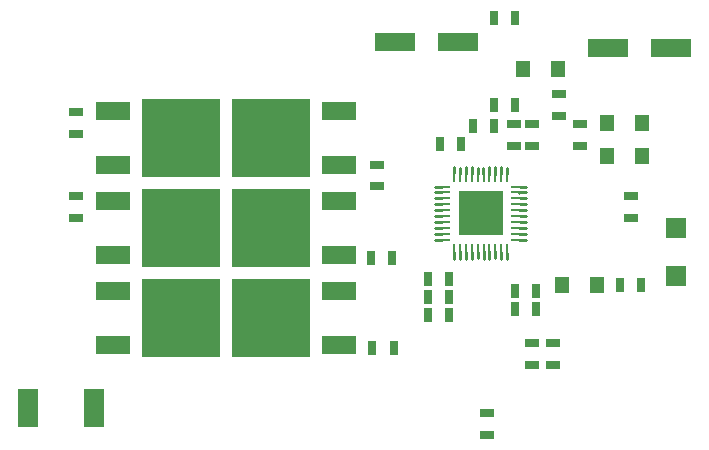
<source format=gtp>
G75*
%MOIN*%
%OFA0B0*%
%FSLAX25Y25*%
%IPPOS*%
%LPD*%
%AMOC8*
5,1,8,0,0,1.08239X$1,22.5*
%
%ADD10R,0.03150X0.04724*%
%ADD11R,0.04724X0.03150*%
%ADD12R,0.13780X0.06299*%
%ADD13R,0.06693X0.07087*%
%ADD14R,0.04724X0.05512*%
%ADD15R,0.26378X0.26378*%
%ADD16R,0.11811X0.06299*%
%ADD17R,0.07087X0.12598*%
%ADD18C,0.00984*%
%ADD19R,0.00984X0.02657*%
%ADD20R,0.02657X0.00984*%
%ADD21R,0.15000X0.15000*%
%ADD22C,0.01000*%
D10*
X0522290Y0078793D03*
X0529377Y0078793D03*
X0540790Y0089793D03*
X0547877Y0089793D03*
X0547877Y0095793D03*
X0540790Y0095793D03*
X0540790Y0101793D03*
X0547877Y0101793D03*
X0528877Y0108793D03*
X0521790Y0108793D03*
X0569790Y0097793D03*
X0576877Y0097793D03*
X0576877Y0091793D03*
X0569790Y0091793D03*
X0604790Y0099793D03*
X0611877Y0099793D03*
X0551877Y0146793D03*
X0544790Y0146793D03*
X0555790Y0152793D03*
X0562877Y0152793D03*
X0562790Y0159793D03*
X0569877Y0159793D03*
X0569877Y0188793D03*
X0562790Y0188793D03*
D11*
X0584333Y0163336D03*
X0584333Y0156249D03*
X0591333Y0153336D03*
X0575333Y0153336D03*
X0569333Y0153336D03*
X0569333Y0146249D03*
X0575333Y0146249D03*
X0591333Y0146249D03*
X0608333Y0129336D03*
X0608333Y0122249D03*
X0523833Y0132749D03*
X0523833Y0139836D03*
X0423333Y0150249D03*
X0423333Y0157336D03*
X0423333Y0129336D03*
X0423333Y0122249D03*
X0575333Y0080336D03*
X0582333Y0080336D03*
X0582333Y0073249D03*
X0575333Y0073249D03*
X0560623Y0057057D03*
X0560623Y0049970D03*
D12*
X0550963Y0180793D03*
X0529703Y0180793D03*
X0600703Y0178793D03*
X0621963Y0178793D03*
D13*
X0623333Y0118863D03*
X0623333Y0102722D03*
D14*
X0597239Y0099793D03*
X0585428Y0099793D03*
X0600428Y0142793D03*
X0612239Y0142793D03*
X0612239Y0153793D03*
X0600428Y0153793D03*
X0584239Y0171793D03*
X0572428Y0171793D03*
D15*
X0488333Y0148793D03*
X0458333Y0148793D03*
X0458333Y0118793D03*
X0488333Y0118793D03*
X0488333Y0088793D03*
X0458333Y0088793D03*
D16*
X0435696Y0097848D03*
X0435696Y0109737D03*
X0435696Y0127848D03*
X0435696Y0139737D03*
X0435696Y0157848D03*
X0510971Y0157848D03*
X0510971Y0139737D03*
X0510971Y0127848D03*
X0510971Y0109737D03*
X0510971Y0097848D03*
X0510971Y0079737D03*
X0435696Y0079737D03*
D17*
X0407310Y0058793D03*
X0429357Y0058793D03*
D18*
X0549475Y0113163D03*
X0551444Y0113163D03*
X0553412Y0113163D03*
X0555381Y0113163D03*
X0557349Y0113163D03*
X0559318Y0113163D03*
X0561286Y0113163D03*
X0563255Y0113163D03*
X0565223Y0113163D03*
X0567192Y0113163D03*
X0568963Y0114934D03*
X0568963Y0116903D03*
X0568963Y0118871D03*
X0568963Y0120840D03*
X0568963Y0122808D03*
X0568963Y0124777D03*
X0568963Y0126745D03*
X0568963Y0128714D03*
X0568963Y0130682D03*
X0568963Y0132651D03*
X0567192Y0134422D03*
X0565223Y0134422D03*
X0563255Y0134422D03*
X0561286Y0134422D03*
X0559318Y0134422D03*
X0557349Y0134422D03*
X0555381Y0134422D03*
X0553412Y0134422D03*
X0551444Y0134422D03*
X0549475Y0134422D03*
X0547703Y0132651D03*
X0547703Y0130682D03*
X0547703Y0128714D03*
X0547703Y0126745D03*
X0547703Y0124777D03*
X0547703Y0122808D03*
X0547703Y0120840D03*
X0547703Y0118871D03*
X0547703Y0116903D03*
X0547703Y0114934D03*
D19*
X0549475Y0111834D03*
X0551444Y0111834D03*
X0553412Y0111834D03*
X0555381Y0111834D03*
X0557349Y0111834D03*
X0559318Y0111834D03*
X0561286Y0111834D03*
X0563255Y0111834D03*
X0565223Y0111834D03*
X0567192Y0111834D03*
X0567192Y0135751D03*
X0565223Y0135751D03*
X0563255Y0135751D03*
X0561286Y0135751D03*
X0559318Y0135751D03*
X0557349Y0135751D03*
X0555381Y0135751D03*
X0553412Y0135751D03*
X0551444Y0135751D03*
X0549475Y0135751D03*
D20*
X0546375Y0132651D03*
X0546375Y0130682D03*
X0546375Y0128714D03*
X0546375Y0126745D03*
X0546375Y0124777D03*
X0546375Y0122808D03*
X0546375Y0120840D03*
X0546375Y0118871D03*
X0546375Y0116903D03*
X0546375Y0114934D03*
X0570292Y0114934D03*
X0570292Y0116903D03*
X0570292Y0118871D03*
X0570292Y0120840D03*
X0570292Y0122808D03*
X0570292Y0124777D03*
X0570292Y0126745D03*
X0570292Y0128714D03*
X0570292Y0130682D03*
X0570292Y0132651D03*
D21*
X0558333Y0123793D03*
D22*
X0545609Y0122733D02*
X0545532Y0122809D01*
X0543191Y0122809D01*
X0543159Y0124745D02*
X0545482Y0124745D01*
X0545539Y0124687D01*
X0545507Y0126699D02*
X0545469Y0126737D01*
X0543178Y0126737D01*
X0543191Y0128718D02*
X0545545Y0128718D01*
X0545551Y0128724D01*
X0545456Y0130679D02*
X0545412Y0130723D01*
X0543038Y0130723D01*
X0543108Y0132646D02*
X0545577Y0132646D01*
X0545621Y0132602D01*
X0549484Y0137119D02*
X0549476Y0137128D01*
X0549476Y0139063D01*
X0551466Y0138979D02*
X0551466Y0136893D01*
X0551463Y0136889D01*
X0553398Y0136782D02*
X0553431Y0136815D01*
X0553431Y0139048D01*
X0555396Y0139001D02*
X0555396Y0136830D01*
X0557360Y0136841D02*
X0557375Y0136826D01*
X0557360Y0136841D02*
X0557360Y0138982D01*
X0559303Y0138949D02*
X0559303Y0136900D01*
X0559273Y0136870D01*
X0561260Y0136643D02*
X0561300Y0136683D01*
X0561300Y0139052D01*
X0563228Y0139023D02*
X0563228Y0136657D01*
X0563232Y0136654D01*
X0565222Y0136672D02*
X0565222Y0139052D01*
X0567227Y0138986D02*
X0567227Y0136727D01*
X0567220Y0136720D01*
X0571347Y0132651D02*
X0571342Y0132646D01*
X0571347Y0132651D02*
X0573547Y0132651D01*
X0573568Y0130673D02*
X0571268Y0130673D01*
X0571231Y0130636D01*
X0571379Y0128732D02*
X0571374Y0128727D01*
X0571379Y0128732D02*
X0573568Y0128732D01*
X0573579Y0126754D02*
X0571384Y0126754D01*
X0571331Y0126807D01*
X0571300Y0124771D02*
X0571268Y0124739D01*
X0571300Y0124771D02*
X0573484Y0124771D01*
X0573546Y0122802D02*
X0571375Y0122802D01*
X0571369Y0122809D01*
X0571401Y0120867D02*
X0571407Y0120860D01*
X0573565Y0120860D01*
X0573495Y0118887D02*
X0571306Y0118887D01*
X0571299Y0118893D01*
X0571217Y0116944D02*
X0571236Y0116925D01*
X0573514Y0116925D01*
X0573559Y0114933D02*
X0571299Y0114933D01*
X0571280Y0114952D01*
X0567201Y0110630D02*
X0567201Y0108647D01*
X0565234Y0108588D02*
X0565234Y0110730D01*
X0565171Y0110793D01*
X0563251Y0110999D02*
X0563198Y0111052D01*
X0563251Y0110999D02*
X0563251Y0108672D01*
X0561289Y0108630D02*
X0561289Y0111015D01*
X0561284Y0111021D01*
X0559312Y0110995D02*
X0559306Y0110990D01*
X0559306Y0108610D01*
X0557346Y0108660D02*
X0557346Y0110951D01*
X0557359Y0110964D01*
X0555381Y0110855D02*
X0555366Y0110841D01*
X0555366Y0108626D01*
X0553411Y0108579D02*
X0553411Y0110871D01*
X0553464Y0110923D01*
X0551441Y0111016D02*
X0551441Y0108629D01*
X0549491Y0108574D02*
X0549491Y0110881D01*
X0549490Y0110882D01*
X0551415Y0111042D02*
X0551441Y0111016D01*
X0545610Y0114902D02*
X0545579Y0114934D01*
X0543120Y0114934D01*
X0543183Y0116891D02*
X0545589Y0116891D01*
X0545609Y0118848D02*
X0545570Y0118887D01*
X0543191Y0118887D01*
X0543095Y0120829D02*
X0545551Y0120829D01*
X0545577Y0120803D01*
M02*

</source>
